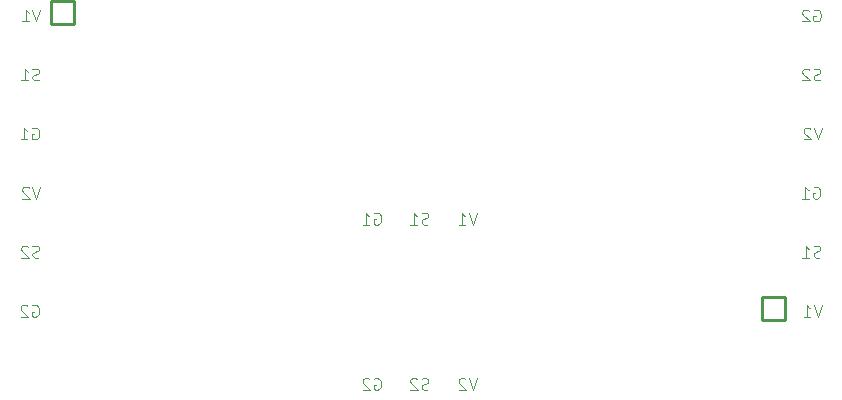
<source format=gbo>
%TF.GenerationSoftware,KiCad,Pcbnew,8.0.3*%
%TF.CreationDate,2024-07-01T16:11:11-07:00*%
%TF.ProjectId,gofaster,676f6661-7374-4657-922e-6b696361645f,rev?*%
%TF.SameCoordinates,Original*%
%TF.FileFunction,Legend,Bot*%
%TF.FilePolarity,Positive*%
%FSLAX46Y46*%
G04 Gerber Fmt 4.6, Leading zero omitted, Abs format (unit mm)*
G04 Created by KiCad (PCBNEW 8.0.3) date 2024-07-01 16:11:11*
%MOMM*%
%LPD*%
G01*
G04 APERTURE LIST*
G04 Aperture macros list*
%AMRoundRect*
0 Rectangle with rounded corners*
0 $1 Rounding radius*
0 $2 $3 $4 $5 $6 $7 $8 $9 X,Y pos of 4 corners*
0 Add a 4 corners polygon primitive as box body*
4,1,4,$2,$3,$4,$5,$6,$7,$8,$9,$2,$3,0*
0 Add four circle primitives for the rounded corners*
1,1,$1+$1,$2,$3*
1,1,$1+$1,$4,$5*
1,1,$1+$1,$6,$7*
1,1,$1+$1,$8,$9*
0 Add four rect primitives between the rounded corners*
20,1,$1+$1,$2,$3,$4,$5,0*
20,1,$1+$1,$4,$5,$6,$7,0*
20,1,$1+$1,$6,$7,$8,$9,0*
20,1,$1+$1,$8,$9,$2,$3,0*%
G04 Aperture macros list end*
%ADD10C,0.100000*%
%ADD11C,1.600000*%
%ADD12O,1.600000X1.600000*%
%ADD13C,1.440000*%
%ADD14RoundRect,0.102000X-0.975000X0.975000X-0.975000X-0.975000X0.975000X-0.975000X0.975000X0.975000X0*%
%ADD15C,2.154000*%
%ADD16R,1.600000X1.600000*%
%ADD17R,2.700000X2.700000*%
%ADD18C,2.700000*%
%ADD19C,4.800000*%
%ADD20C,1.400000*%
%ADD21C,6.400000*%
%ADD22RoundRect,0.102000X0.975000X-0.975000X0.975000X0.975000X-0.975000X0.975000X-0.975000X-0.975000X0*%
G04 APERTURE END LIST*
D10*
X102891354Y-125872419D02*
X102558021Y-126872419D01*
X102558021Y-126872419D02*
X102224688Y-125872419D01*
X101367545Y-126872419D02*
X101938973Y-126872419D01*
X101653259Y-126872419D02*
X101653259Y-125872419D01*
X101653259Y-125872419D02*
X101748497Y-126015276D01*
X101748497Y-126015276D02*
X101843735Y-126110514D01*
X101843735Y-126110514D02*
X101938973Y-126158133D01*
X102796116Y-146824800D02*
X102653259Y-146872419D01*
X102653259Y-146872419D02*
X102415164Y-146872419D01*
X102415164Y-146872419D02*
X102319926Y-146824800D01*
X102319926Y-146824800D02*
X102272307Y-146777180D01*
X102272307Y-146777180D02*
X102224688Y-146681942D01*
X102224688Y-146681942D02*
X102224688Y-146586704D01*
X102224688Y-146586704D02*
X102272307Y-146491466D01*
X102272307Y-146491466D02*
X102319926Y-146443847D01*
X102319926Y-146443847D02*
X102415164Y-146396228D01*
X102415164Y-146396228D02*
X102605640Y-146348609D01*
X102605640Y-146348609D02*
X102700878Y-146300990D01*
X102700878Y-146300990D02*
X102748497Y-146253371D01*
X102748497Y-146253371D02*
X102796116Y-146158133D01*
X102796116Y-146158133D02*
X102796116Y-146062895D01*
X102796116Y-146062895D02*
X102748497Y-145967657D01*
X102748497Y-145967657D02*
X102700878Y-145920038D01*
X102700878Y-145920038D02*
X102605640Y-145872419D01*
X102605640Y-145872419D02*
X102367545Y-145872419D01*
X102367545Y-145872419D02*
X102224688Y-145920038D01*
X101843735Y-145967657D02*
X101796116Y-145920038D01*
X101796116Y-145920038D02*
X101700878Y-145872419D01*
X101700878Y-145872419D02*
X101462783Y-145872419D01*
X101462783Y-145872419D02*
X101367545Y-145920038D01*
X101367545Y-145920038D02*
X101319926Y-145967657D01*
X101319926Y-145967657D02*
X101272307Y-146062895D01*
X101272307Y-146062895D02*
X101272307Y-146158133D01*
X101272307Y-146158133D02*
X101319926Y-146300990D01*
X101319926Y-146300990D02*
X101891354Y-146872419D01*
X101891354Y-146872419D02*
X101272307Y-146872419D01*
X135743734Y-144024800D02*
X135600877Y-144072419D01*
X135600877Y-144072419D02*
X135362782Y-144072419D01*
X135362782Y-144072419D02*
X135267544Y-144024800D01*
X135267544Y-144024800D02*
X135219925Y-143977180D01*
X135219925Y-143977180D02*
X135172306Y-143881942D01*
X135172306Y-143881942D02*
X135172306Y-143786704D01*
X135172306Y-143786704D02*
X135219925Y-143691466D01*
X135219925Y-143691466D02*
X135267544Y-143643847D01*
X135267544Y-143643847D02*
X135362782Y-143596228D01*
X135362782Y-143596228D02*
X135553258Y-143548609D01*
X135553258Y-143548609D02*
X135648496Y-143500990D01*
X135648496Y-143500990D02*
X135696115Y-143453371D01*
X135696115Y-143453371D02*
X135743734Y-143358133D01*
X135743734Y-143358133D02*
X135743734Y-143262895D01*
X135743734Y-143262895D02*
X135696115Y-143167657D01*
X135696115Y-143167657D02*
X135648496Y-143120038D01*
X135648496Y-143120038D02*
X135553258Y-143072419D01*
X135553258Y-143072419D02*
X135315163Y-143072419D01*
X135315163Y-143072419D02*
X135172306Y-143120038D01*
X134219925Y-144072419D02*
X134791353Y-144072419D01*
X134505639Y-144072419D02*
X134505639Y-143072419D01*
X134505639Y-143072419D02*
X134600877Y-143215276D01*
X134600877Y-143215276D02*
X134696115Y-143310514D01*
X134696115Y-143310514D02*
X134791353Y-143358133D01*
X131172306Y-157120038D02*
X131267544Y-157072419D01*
X131267544Y-157072419D02*
X131410401Y-157072419D01*
X131410401Y-157072419D02*
X131553258Y-157120038D01*
X131553258Y-157120038D02*
X131648496Y-157215276D01*
X131648496Y-157215276D02*
X131696115Y-157310514D01*
X131696115Y-157310514D02*
X131743734Y-157500990D01*
X131743734Y-157500990D02*
X131743734Y-157643847D01*
X131743734Y-157643847D02*
X131696115Y-157834323D01*
X131696115Y-157834323D02*
X131648496Y-157929561D01*
X131648496Y-157929561D02*
X131553258Y-158024800D01*
X131553258Y-158024800D02*
X131410401Y-158072419D01*
X131410401Y-158072419D02*
X131315163Y-158072419D01*
X131315163Y-158072419D02*
X131172306Y-158024800D01*
X131172306Y-158024800D02*
X131124687Y-157977180D01*
X131124687Y-157977180D02*
X131124687Y-157643847D01*
X131124687Y-157643847D02*
X131315163Y-157643847D01*
X130743734Y-157167657D02*
X130696115Y-157120038D01*
X130696115Y-157120038D02*
X130600877Y-157072419D01*
X130600877Y-157072419D02*
X130362782Y-157072419D01*
X130362782Y-157072419D02*
X130267544Y-157120038D01*
X130267544Y-157120038D02*
X130219925Y-157167657D01*
X130219925Y-157167657D02*
X130172306Y-157262895D01*
X130172306Y-157262895D02*
X130172306Y-157358133D01*
X130172306Y-157358133D02*
X130219925Y-157500990D01*
X130219925Y-157500990D02*
X130791353Y-158072419D01*
X130791353Y-158072419D02*
X130172306Y-158072419D01*
X135743734Y-158024800D02*
X135600877Y-158072419D01*
X135600877Y-158072419D02*
X135362782Y-158072419D01*
X135362782Y-158072419D02*
X135267544Y-158024800D01*
X135267544Y-158024800D02*
X135219925Y-157977180D01*
X135219925Y-157977180D02*
X135172306Y-157881942D01*
X135172306Y-157881942D02*
X135172306Y-157786704D01*
X135172306Y-157786704D02*
X135219925Y-157691466D01*
X135219925Y-157691466D02*
X135267544Y-157643847D01*
X135267544Y-157643847D02*
X135362782Y-157596228D01*
X135362782Y-157596228D02*
X135553258Y-157548609D01*
X135553258Y-157548609D02*
X135648496Y-157500990D01*
X135648496Y-157500990D02*
X135696115Y-157453371D01*
X135696115Y-157453371D02*
X135743734Y-157358133D01*
X135743734Y-157358133D02*
X135743734Y-157262895D01*
X135743734Y-157262895D02*
X135696115Y-157167657D01*
X135696115Y-157167657D02*
X135648496Y-157120038D01*
X135648496Y-157120038D02*
X135553258Y-157072419D01*
X135553258Y-157072419D02*
X135315163Y-157072419D01*
X135315163Y-157072419D02*
X135172306Y-157120038D01*
X134791353Y-157167657D02*
X134743734Y-157120038D01*
X134743734Y-157120038D02*
X134648496Y-157072419D01*
X134648496Y-157072419D02*
X134410401Y-157072419D01*
X134410401Y-157072419D02*
X134315163Y-157120038D01*
X134315163Y-157120038D02*
X134267544Y-157167657D01*
X134267544Y-157167657D02*
X134219925Y-157262895D01*
X134219925Y-157262895D02*
X134219925Y-157358133D01*
X134219925Y-157358133D02*
X134267544Y-157500990D01*
X134267544Y-157500990D02*
X134838972Y-158072419D01*
X134838972Y-158072419D02*
X134219925Y-158072419D01*
X102796116Y-131824800D02*
X102653259Y-131872419D01*
X102653259Y-131872419D02*
X102415164Y-131872419D01*
X102415164Y-131872419D02*
X102319926Y-131824800D01*
X102319926Y-131824800D02*
X102272307Y-131777180D01*
X102272307Y-131777180D02*
X102224688Y-131681942D01*
X102224688Y-131681942D02*
X102224688Y-131586704D01*
X102224688Y-131586704D02*
X102272307Y-131491466D01*
X102272307Y-131491466D02*
X102319926Y-131443847D01*
X102319926Y-131443847D02*
X102415164Y-131396228D01*
X102415164Y-131396228D02*
X102605640Y-131348609D01*
X102605640Y-131348609D02*
X102700878Y-131300990D01*
X102700878Y-131300990D02*
X102748497Y-131253371D01*
X102748497Y-131253371D02*
X102796116Y-131158133D01*
X102796116Y-131158133D02*
X102796116Y-131062895D01*
X102796116Y-131062895D02*
X102748497Y-130967657D01*
X102748497Y-130967657D02*
X102700878Y-130920038D01*
X102700878Y-130920038D02*
X102605640Y-130872419D01*
X102605640Y-130872419D02*
X102367545Y-130872419D01*
X102367545Y-130872419D02*
X102224688Y-130920038D01*
X101272307Y-131872419D02*
X101843735Y-131872419D01*
X101558021Y-131872419D02*
X101558021Y-130872419D01*
X101558021Y-130872419D02*
X101653259Y-131015276D01*
X101653259Y-131015276D02*
X101748497Y-131110514D01*
X101748497Y-131110514D02*
X101843735Y-131158133D01*
X139838972Y-157072419D02*
X139505639Y-158072419D01*
X139505639Y-158072419D02*
X139172306Y-157072419D01*
X138886591Y-157167657D02*
X138838972Y-157120038D01*
X138838972Y-157120038D02*
X138743734Y-157072419D01*
X138743734Y-157072419D02*
X138505639Y-157072419D01*
X138505639Y-157072419D02*
X138410401Y-157120038D01*
X138410401Y-157120038D02*
X138362782Y-157167657D01*
X138362782Y-157167657D02*
X138315163Y-157262895D01*
X138315163Y-157262895D02*
X138315163Y-157358133D01*
X138315163Y-157358133D02*
X138362782Y-157500990D01*
X138362782Y-157500990D02*
X138934210Y-158072419D01*
X138934210Y-158072419D02*
X138315163Y-158072419D01*
X169038972Y-150872419D02*
X168705639Y-151872419D01*
X168705639Y-151872419D02*
X168372306Y-150872419D01*
X167515163Y-151872419D02*
X168086591Y-151872419D01*
X167800877Y-151872419D02*
X167800877Y-150872419D01*
X167800877Y-150872419D02*
X167896115Y-151015276D01*
X167896115Y-151015276D02*
X167991353Y-151110514D01*
X167991353Y-151110514D02*
X168086591Y-151158133D01*
X168943734Y-146824800D02*
X168800877Y-146872419D01*
X168800877Y-146872419D02*
X168562782Y-146872419D01*
X168562782Y-146872419D02*
X168467544Y-146824800D01*
X168467544Y-146824800D02*
X168419925Y-146777180D01*
X168419925Y-146777180D02*
X168372306Y-146681942D01*
X168372306Y-146681942D02*
X168372306Y-146586704D01*
X168372306Y-146586704D02*
X168419925Y-146491466D01*
X168419925Y-146491466D02*
X168467544Y-146443847D01*
X168467544Y-146443847D02*
X168562782Y-146396228D01*
X168562782Y-146396228D02*
X168753258Y-146348609D01*
X168753258Y-146348609D02*
X168848496Y-146300990D01*
X168848496Y-146300990D02*
X168896115Y-146253371D01*
X168896115Y-146253371D02*
X168943734Y-146158133D01*
X168943734Y-146158133D02*
X168943734Y-146062895D01*
X168943734Y-146062895D02*
X168896115Y-145967657D01*
X168896115Y-145967657D02*
X168848496Y-145920038D01*
X168848496Y-145920038D02*
X168753258Y-145872419D01*
X168753258Y-145872419D02*
X168515163Y-145872419D01*
X168515163Y-145872419D02*
X168372306Y-145920038D01*
X167419925Y-146872419D02*
X167991353Y-146872419D01*
X167705639Y-146872419D02*
X167705639Y-145872419D01*
X167705639Y-145872419D02*
X167800877Y-146015276D01*
X167800877Y-146015276D02*
X167896115Y-146110514D01*
X167896115Y-146110514D02*
X167991353Y-146158133D01*
X168396116Y-125920038D02*
X168491354Y-125872419D01*
X168491354Y-125872419D02*
X168634211Y-125872419D01*
X168634211Y-125872419D02*
X168777068Y-125920038D01*
X168777068Y-125920038D02*
X168872306Y-126015276D01*
X168872306Y-126015276D02*
X168919925Y-126110514D01*
X168919925Y-126110514D02*
X168967544Y-126300990D01*
X168967544Y-126300990D02*
X168967544Y-126443847D01*
X168967544Y-126443847D02*
X168919925Y-126634323D01*
X168919925Y-126634323D02*
X168872306Y-126729561D01*
X168872306Y-126729561D02*
X168777068Y-126824800D01*
X168777068Y-126824800D02*
X168634211Y-126872419D01*
X168634211Y-126872419D02*
X168538973Y-126872419D01*
X168538973Y-126872419D02*
X168396116Y-126824800D01*
X168396116Y-126824800D02*
X168348497Y-126777180D01*
X168348497Y-126777180D02*
X168348497Y-126443847D01*
X168348497Y-126443847D02*
X168538973Y-126443847D01*
X167967544Y-125967657D02*
X167919925Y-125920038D01*
X167919925Y-125920038D02*
X167824687Y-125872419D01*
X167824687Y-125872419D02*
X167586592Y-125872419D01*
X167586592Y-125872419D02*
X167491354Y-125920038D01*
X167491354Y-125920038D02*
X167443735Y-125967657D01*
X167443735Y-125967657D02*
X167396116Y-126062895D01*
X167396116Y-126062895D02*
X167396116Y-126158133D01*
X167396116Y-126158133D02*
X167443735Y-126300990D01*
X167443735Y-126300990D02*
X168015163Y-126872419D01*
X168015163Y-126872419D02*
X167396116Y-126872419D01*
X102891354Y-140872419D02*
X102558021Y-141872419D01*
X102558021Y-141872419D02*
X102224688Y-140872419D01*
X101938973Y-140967657D02*
X101891354Y-140920038D01*
X101891354Y-140920038D02*
X101796116Y-140872419D01*
X101796116Y-140872419D02*
X101558021Y-140872419D01*
X101558021Y-140872419D02*
X101462783Y-140920038D01*
X101462783Y-140920038D02*
X101415164Y-140967657D01*
X101415164Y-140967657D02*
X101367545Y-141062895D01*
X101367545Y-141062895D02*
X101367545Y-141158133D01*
X101367545Y-141158133D02*
X101415164Y-141300990D01*
X101415164Y-141300990D02*
X101986592Y-141872419D01*
X101986592Y-141872419D02*
X101367545Y-141872419D01*
X102224688Y-135920038D02*
X102319926Y-135872419D01*
X102319926Y-135872419D02*
X102462783Y-135872419D01*
X102462783Y-135872419D02*
X102605640Y-135920038D01*
X102605640Y-135920038D02*
X102700878Y-136015276D01*
X102700878Y-136015276D02*
X102748497Y-136110514D01*
X102748497Y-136110514D02*
X102796116Y-136300990D01*
X102796116Y-136300990D02*
X102796116Y-136443847D01*
X102796116Y-136443847D02*
X102748497Y-136634323D01*
X102748497Y-136634323D02*
X102700878Y-136729561D01*
X102700878Y-136729561D02*
X102605640Y-136824800D01*
X102605640Y-136824800D02*
X102462783Y-136872419D01*
X102462783Y-136872419D02*
X102367545Y-136872419D01*
X102367545Y-136872419D02*
X102224688Y-136824800D01*
X102224688Y-136824800D02*
X102177069Y-136777180D01*
X102177069Y-136777180D02*
X102177069Y-136443847D01*
X102177069Y-136443847D02*
X102367545Y-136443847D01*
X101224688Y-136872419D02*
X101796116Y-136872419D01*
X101510402Y-136872419D02*
X101510402Y-135872419D01*
X101510402Y-135872419D02*
X101605640Y-136015276D01*
X101605640Y-136015276D02*
X101700878Y-136110514D01*
X101700878Y-136110514D02*
X101796116Y-136158133D01*
X169038972Y-135872419D02*
X168705639Y-136872419D01*
X168705639Y-136872419D02*
X168372306Y-135872419D01*
X168086591Y-135967657D02*
X168038972Y-135920038D01*
X168038972Y-135920038D02*
X167943734Y-135872419D01*
X167943734Y-135872419D02*
X167705639Y-135872419D01*
X167705639Y-135872419D02*
X167610401Y-135920038D01*
X167610401Y-135920038D02*
X167562782Y-135967657D01*
X167562782Y-135967657D02*
X167515163Y-136062895D01*
X167515163Y-136062895D02*
X167515163Y-136158133D01*
X167515163Y-136158133D02*
X167562782Y-136300990D01*
X167562782Y-136300990D02*
X168134210Y-136872419D01*
X168134210Y-136872419D02*
X167515163Y-136872419D01*
X168372306Y-140920038D02*
X168467544Y-140872419D01*
X168467544Y-140872419D02*
X168610401Y-140872419D01*
X168610401Y-140872419D02*
X168753258Y-140920038D01*
X168753258Y-140920038D02*
X168848496Y-141015276D01*
X168848496Y-141015276D02*
X168896115Y-141110514D01*
X168896115Y-141110514D02*
X168943734Y-141300990D01*
X168943734Y-141300990D02*
X168943734Y-141443847D01*
X168943734Y-141443847D02*
X168896115Y-141634323D01*
X168896115Y-141634323D02*
X168848496Y-141729561D01*
X168848496Y-141729561D02*
X168753258Y-141824800D01*
X168753258Y-141824800D02*
X168610401Y-141872419D01*
X168610401Y-141872419D02*
X168515163Y-141872419D01*
X168515163Y-141872419D02*
X168372306Y-141824800D01*
X168372306Y-141824800D02*
X168324687Y-141777180D01*
X168324687Y-141777180D02*
X168324687Y-141443847D01*
X168324687Y-141443847D02*
X168515163Y-141443847D01*
X167372306Y-141872419D02*
X167943734Y-141872419D01*
X167658020Y-141872419D02*
X167658020Y-140872419D01*
X167658020Y-140872419D02*
X167753258Y-141015276D01*
X167753258Y-141015276D02*
X167848496Y-141110514D01*
X167848496Y-141110514D02*
X167943734Y-141158133D01*
X131172306Y-143120038D02*
X131267544Y-143072419D01*
X131267544Y-143072419D02*
X131410401Y-143072419D01*
X131410401Y-143072419D02*
X131553258Y-143120038D01*
X131553258Y-143120038D02*
X131648496Y-143215276D01*
X131648496Y-143215276D02*
X131696115Y-143310514D01*
X131696115Y-143310514D02*
X131743734Y-143500990D01*
X131743734Y-143500990D02*
X131743734Y-143643847D01*
X131743734Y-143643847D02*
X131696115Y-143834323D01*
X131696115Y-143834323D02*
X131648496Y-143929561D01*
X131648496Y-143929561D02*
X131553258Y-144024800D01*
X131553258Y-144024800D02*
X131410401Y-144072419D01*
X131410401Y-144072419D02*
X131315163Y-144072419D01*
X131315163Y-144072419D02*
X131172306Y-144024800D01*
X131172306Y-144024800D02*
X131124687Y-143977180D01*
X131124687Y-143977180D02*
X131124687Y-143643847D01*
X131124687Y-143643847D02*
X131315163Y-143643847D01*
X130172306Y-144072419D02*
X130743734Y-144072419D01*
X130458020Y-144072419D02*
X130458020Y-143072419D01*
X130458020Y-143072419D02*
X130553258Y-143215276D01*
X130553258Y-143215276D02*
X130648496Y-143310514D01*
X130648496Y-143310514D02*
X130743734Y-143358133D01*
X139838972Y-143072419D02*
X139505639Y-144072419D01*
X139505639Y-144072419D02*
X139172306Y-143072419D01*
X138315163Y-144072419D02*
X138886591Y-144072419D01*
X138600877Y-144072419D02*
X138600877Y-143072419D01*
X138600877Y-143072419D02*
X138696115Y-143215276D01*
X138696115Y-143215276D02*
X138791353Y-143310514D01*
X138791353Y-143310514D02*
X138886591Y-143358133D01*
X168943734Y-131824800D02*
X168800877Y-131872419D01*
X168800877Y-131872419D02*
X168562782Y-131872419D01*
X168562782Y-131872419D02*
X168467544Y-131824800D01*
X168467544Y-131824800D02*
X168419925Y-131777180D01*
X168419925Y-131777180D02*
X168372306Y-131681942D01*
X168372306Y-131681942D02*
X168372306Y-131586704D01*
X168372306Y-131586704D02*
X168419925Y-131491466D01*
X168419925Y-131491466D02*
X168467544Y-131443847D01*
X168467544Y-131443847D02*
X168562782Y-131396228D01*
X168562782Y-131396228D02*
X168753258Y-131348609D01*
X168753258Y-131348609D02*
X168848496Y-131300990D01*
X168848496Y-131300990D02*
X168896115Y-131253371D01*
X168896115Y-131253371D02*
X168943734Y-131158133D01*
X168943734Y-131158133D02*
X168943734Y-131062895D01*
X168943734Y-131062895D02*
X168896115Y-130967657D01*
X168896115Y-130967657D02*
X168848496Y-130920038D01*
X168848496Y-130920038D02*
X168753258Y-130872419D01*
X168753258Y-130872419D02*
X168515163Y-130872419D01*
X168515163Y-130872419D02*
X168372306Y-130920038D01*
X167991353Y-130967657D02*
X167943734Y-130920038D01*
X167943734Y-130920038D02*
X167848496Y-130872419D01*
X167848496Y-130872419D02*
X167610401Y-130872419D01*
X167610401Y-130872419D02*
X167515163Y-130920038D01*
X167515163Y-130920038D02*
X167467544Y-130967657D01*
X167467544Y-130967657D02*
X167419925Y-131062895D01*
X167419925Y-131062895D02*
X167419925Y-131158133D01*
X167419925Y-131158133D02*
X167467544Y-131300990D01*
X167467544Y-131300990D02*
X168038972Y-131872419D01*
X168038972Y-131872419D02*
X167419925Y-131872419D01*
X102224688Y-150920038D02*
X102319926Y-150872419D01*
X102319926Y-150872419D02*
X102462783Y-150872419D01*
X102462783Y-150872419D02*
X102605640Y-150920038D01*
X102605640Y-150920038D02*
X102700878Y-151015276D01*
X102700878Y-151015276D02*
X102748497Y-151110514D01*
X102748497Y-151110514D02*
X102796116Y-151300990D01*
X102796116Y-151300990D02*
X102796116Y-151443847D01*
X102796116Y-151443847D02*
X102748497Y-151634323D01*
X102748497Y-151634323D02*
X102700878Y-151729561D01*
X102700878Y-151729561D02*
X102605640Y-151824800D01*
X102605640Y-151824800D02*
X102462783Y-151872419D01*
X102462783Y-151872419D02*
X102367545Y-151872419D01*
X102367545Y-151872419D02*
X102224688Y-151824800D01*
X102224688Y-151824800D02*
X102177069Y-151777180D01*
X102177069Y-151777180D02*
X102177069Y-151443847D01*
X102177069Y-151443847D02*
X102367545Y-151443847D01*
X101796116Y-150967657D02*
X101748497Y-150920038D01*
X101748497Y-150920038D02*
X101653259Y-150872419D01*
X101653259Y-150872419D02*
X101415164Y-150872419D01*
X101415164Y-150872419D02*
X101319926Y-150920038D01*
X101319926Y-150920038D02*
X101272307Y-150967657D01*
X101272307Y-150967657D02*
X101224688Y-151062895D01*
X101224688Y-151062895D02*
X101224688Y-151158133D01*
X101224688Y-151158133D02*
X101272307Y-151300990D01*
X101272307Y-151300990D02*
X101843735Y-151872419D01*
X101843735Y-151872419D02*
X101224688Y-151872419D01*
%LPC*%
D11*
%TO.C,R26*%
X154100000Y-128630000D03*
D12*
X154100000Y-121010000D03*
%TD*%
D13*
%TO.C,R15*%
X118590000Y-103000000D03*
X121130000Y-105540000D03*
X123670000Y-103000000D03*
%TD*%
D14*
%TO.C,J3*%
X104852382Y-126200000D03*
D15*
X104852382Y-131200000D03*
X104852382Y-136200000D03*
X104852382Y-141200000D03*
X104852382Y-146200000D03*
X104852382Y-151200000D03*
%TD*%
D16*
%TO.C,U2*%
X138800000Y-128620000D03*
D12*
X141340000Y-128620000D03*
X143880000Y-128620000D03*
X146420000Y-128620000D03*
X146420000Y-121000000D03*
X143880000Y-121000000D03*
X141340000Y-121000000D03*
X138800000Y-121000000D03*
%TD*%
D11*
%TO.C,R24*%
X152000000Y-134190000D03*
D12*
X152000000Y-141810000D03*
%TD*%
D16*
%TO.C,U1*%
X115800000Y-128620000D03*
D12*
X118340000Y-128620000D03*
X120880000Y-128620000D03*
X123420000Y-128620000D03*
X123420000Y-121000000D03*
X120880000Y-121000000D03*
X118340000Y-121000000D03*
X115800000Y-121000000D03*
%TD*%
D11*
%TO.C,R11*%
X118000000Y-134380000D03*
D12*
X118000000Y-142000000D03*
%TD*%
D13*
%TO.C,R12*%
X105920000Y-103000000D03*
X108460000Y-105540000D03*
X111000000Y-103000000D03*
%TD*%
%TO.C,R25*%
X159450000Y-103000000D03*
X161990000Y-105540000D03*
X164530000Y-103000000D03*
%TD*%
D17*
%TO.C,J2*%
X139126191Y-153000000D03*
D18*
X139126191Y-147500000D03*
X134926191Y-153000000D03*
X134926191Y-147500000D03*
X130726191Y-153000000D03*
X130726191Y-147500000D03*
D19*
X126226191Y-157200000D03*
X143626191Y-157200000D03*
%TD*%
D20*
%TO.C,SW1*%
X134500000Y-106500000D03*
X134500000Y-109000000D03*
X134500000Y-111500000D03*
X137000000Y-106500000D03*
X137000000Y-109000000D03*
X137000000Y-111500000D03*
D18*
X139650000Y-103450000D03*
X131850000Y-103450000D03*
%TD*%
D21*
%TO.C,REF\u002A\u002A*%
X163000000Y-114000000D03*
%TD*%
D11*
%TO.C,R17*%
X124950000Y-113300000D03*
D12*
X117330000Y-113300000D03*
%TD*%
D11*
%TO.C,R16*%
X131100000Y-121010000D03*
D12*
X131100000Y-128630000D03*
%TD*%
D11*
%TO.C,R21*%
X138400000Y-134380000D03*
D12*
X138400000Y-142000000D03*
%TD*%
D21*
%TO.C,REF\u002A\u002A*%
X107000000Y-114000000D03*
%TD*%
D22*
%TO.C,J1*%
X165000000Y-151200000D03*
D15*
X165000000Y-146200000D03*
X165000000Y-141200000D03*
X165000000Y-136200000D03*
X165000000Y-131200000D03*
X165000000Y-126200000D03*
%TD*%
D13*
%TO.C,R22*%
X146780000Y-103000000D03*
X149320000Y-105540000D03*
X151860000Y-103000000D03*
%TD*%
D21*
%TO.C,REF\u002A\u002A*%
X115000000Y-155000000D03*
%TD*%
D11*
%TO.C,R14*%
X131600000Y-134380000D03*
D12*
X131600000Y-142000000D03*
%TD*%
D11*
%TO.C,R27*%
X153140000Y-113300000D03*
D12*
X145520000Y-113300000D03*
%TD*%
D21*
%TO.C,REF\u002A\u002A*%
X155000000Y-155000000D03*
%TD*%
D11*
%TO.C,R23*%
X145200000Y-134380000D03*
D12*
X145200000Y-142000000D03*
%TD*%
D11*
%TO.C,R13*%
X124800000Y-134380000D03*
D12*
X124800000Y-142000000D03*
%TD*%
%LPD*%
M02*

</source>
